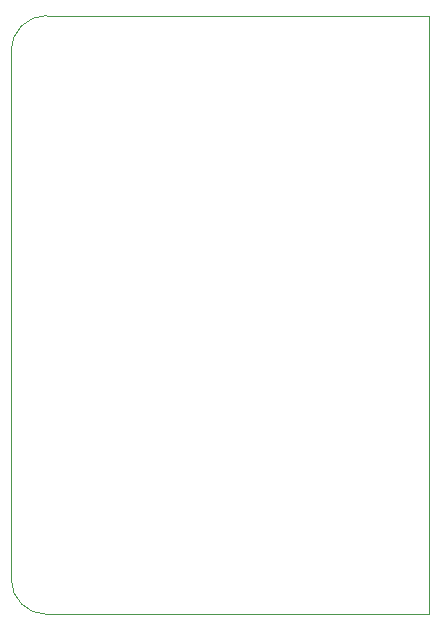
<source format=gbr>
%TF.GenerationSoftware,KiCad,Pcbnew,7.0.9*%
%TF.CreationDate,2024-07-24T20:02:15-04:00*%
%TF.ProjectId,BREAD_Loaf,42524541-445f-44c6-9f61-662e6b696361,rev?*%
%TF.SameCoordinates,PX2fdfdc0PY36746e0*%
%TF.FileFunction,Profile,NP*%
%FSLAX46Y46*%
G04 Gerber Fmt 4.6, Leading zero omitted, Abs format (unit mm)*
G04 Created by KiCad (PCBNEW 7.0.9) date 2024-07-24 20:02:15*
%MOMM*%
%LPD*%
G01*
G04 APERTURE LIST*
%TA.AperFunction,Profile*%
%ADD10C,0.100000*%
%TD*%
G04 APERTURE END LIST*
D10*
X5800000Y-66600000D02*
X38201870Y-66600000D01*
X38200000Y-15900000D02*
X38201870Y-66600000D01*
X2798130Y-18900000D02*
X2800000Y-63600000D01*
X5797852Y-15898131D02*
G75*
G03*
X2798130Y-18900000I2148J-3001869D01*
G01*
X38200000Y-15900000D02*
X5797852Y-15898131D01*
X2800000Y-63600000D02*
G75*
G03*
X5800000Y-66600000I3000000J0D01*
G01*
M02*

</source>
